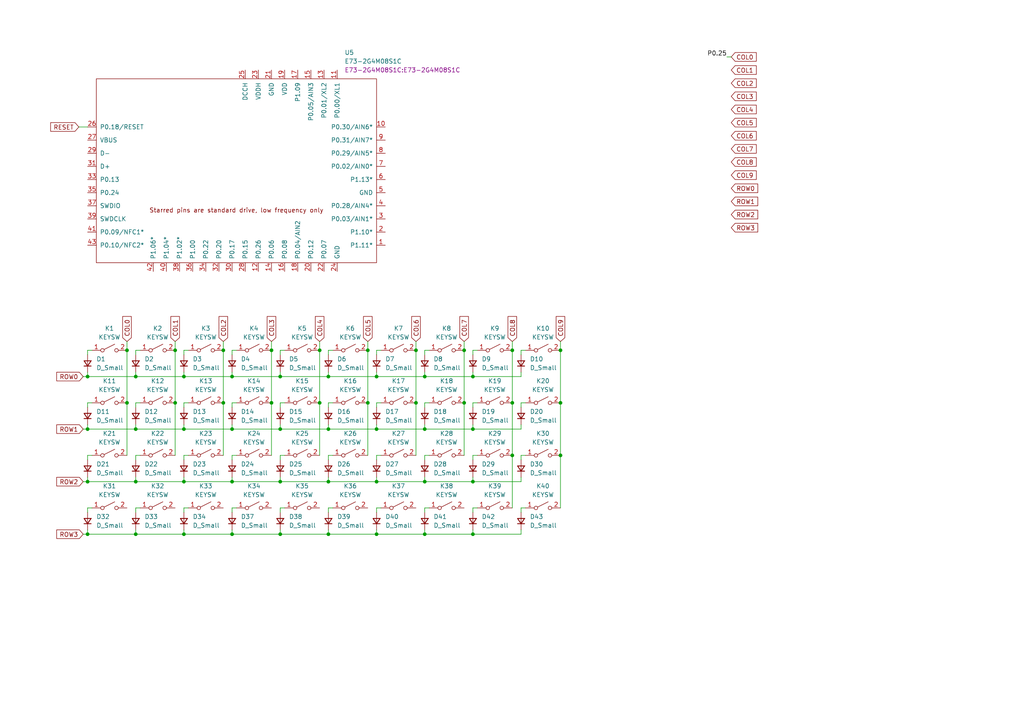
<source format=kicad_sch>
(kicad_sch (version 20250114) (generator "eeschema") (generator_version "9.0")
  (paper "A4")
  (text "RProg\n10k\n5k\n2.5k\n2k\n1.25k" (at 505.46 24.765 0) (effects (font (size 1.524 1.524)) (justify left bottom)))
  (text "Power and Filtering" (at 235.585 -84.455 0) (effects (font (size 1.524 1.524)) (justify left bottom)))
  (text "IBat\n100mA\n200mA\n400mA\n500mA\n800mA" (at 514.35 24.765 0) (effects (font (size 1.524 1.524)) (justify left bottom)))
  (text "RProg = 1000/IBat\nIBat in amps" (at 502.92 8.89 0) (effects (font (size 1.524 1.524)) (justify left bottom)))
  (text "LiPo Charging\n" (at 469.9 -6.35 0) (effects (font (size 1.524 1.524)) (justify right bottom)))
  (junction (at 67.31 109.22))
  (junction (at 64.77 101.6))
  (junction (at 269.24 -69.215))
  (junction (at 92.71 116.84))
  (junction (at 39.37 109.22))
  (junction (at 25.4 124.46))
  (junction (at 95.25 109.22))
  (junction (at 134.62 116.84))
  (junction (at 95.25 139.7))
  (junction (at 109.22 124.46))
  (junction (at 123.19 139.7))
  (junction (at 134.62 101.6))
  (junction (at 78.74 101.6))
  (junction (at 162.56 116.84))
  (junction (at 25.4 154.94))
  (junction (at 53.34 154.94))
  (junction (at 476.885 19.685))
  (junction (at 148.59 132.08))
  (junction (at 81.28 154.94))
  (junction (at 67.31 154.94))
  (junction (at 67.31 139.7))
  (junction (at 81.28 109.22))
  (junction (at 269.24 -66.675))
  (junction (at 81.28 124.46))
  (junction (at 162.56 132.08))
  (junction (at 39.37 139.7))
  (junction (at 137.16 109.22))
  (junction (at 120.65 116.84))
  (junction (at 78.74 116.84))
  (junction (at 39.37 124.46))
  (junction (at 50.8 101.6))
  (junction (at 221.615 -62.23))
  (junction (at 95.25 154.94))
  (junction (at 179.07 317.5))
  (junction (at 123.19 109.22))
  (junction (at 25.4 139.7))
  (junction (at 253.365 -78.105))
  (junction (at 50.8 116.84))
  (junction (at 148.59 101.6))
  (junction (at 453.39 -52.705))
  (junction (at 81.28 139.7))
  (junction (at 137.16 124.46))
  (junction (at 36.83 116.84))
  (junction (at 137.16 154.94))
  (junction (at 53.34 109.22))
  (junction (at 123.19 124.46))
  (junction (at 53.34 124.46))
  (junction (at 106.68 116.84))
  (junction (at 137.16 139.7))
  (junction (at 123.19 154.94))
  (junction (at 462.28 0))
  (junction (at 445.77 -52.705))
  (junction (at 453.39 -45.085))
  (junction (at 253.365 -69.215))
  (junction (at 109.22 109.22))
  (junction (at 106.68 101.6))
  (junction (at 445.77 -45.085))
  (junction (at 120.65 101.6))
  (junction (at 36.83 101.6))
  (junction (at 64.77 116.84))
  (junction (at 476.885 10.16))
  (junction (at 25.4 109.22))
  (junction (at 109.22 139.7))
  (junction (at 162.56 101.6))
  (junction (at 92.71 101.6))
  (junction (at 39.37 154.94))
  (junction (at 95.25 124.46))
  (junction (at 53.34 139.7))
  (junction (at 148.59 116.84))
  (junction (at 263.525 -69.215))
  (junction (at 67.31 124.46))
  (junction (at 109.22 154.94))
  (junction (at 279.4 -59.055))
  (no_connect (at 482.6 -27.305))
  (no_connect (at 468.63 -66.675))
  (no_connect (at 468.63 -64.135))
  (wire (pts (xy 50.8 99.06) (xy 50.8 101.6)))
  (wire (pts (xy 95.25 109.22) (xy 109.22 109.22)))
  (wire (pts (xy 95.25 124.46) (xy 109.22 124.46)))
  (wire (pts (xy 81.28 138.43) (xy 81.28 139.7)))
  (wire (pts (xy 109.22 107.95) (xy 109.22 109.22)))
  (wire (pts (xy 212.09 16.51) (xy 210.82 16.51)))
  (wire (pts (xy 137.16 138.43) (xy 137.16 139.7)))
  (wire (pts (xy 109.22 153.67) (xy 109.22 154.94)))
  (wire (pts (xy 453.39 -45.085) (xy 453.39 -43.18)))
  (wire (pts (xy 68.58 101.6) (xy 67.31 101.6)))
  (wire (pts (xy 123.19 154.94) (xy 137.16 154.94)))
  (wire (pts (xy 521.335 36.195) (xy 521.335 33.655)))
  (wire (pts (xy 96.52 116.84) (xy 95.25 116.84)))
  (wire (pts (xy 95.25 154.94) (xy 109.22 154.94)))
  (wire (pts (xy 472.44 10.16) (xy 476.885 10.16)))
  (wire (pts (xy 24.13 139.7) (xy 25.4 139.7)))
  (wire (pts (xy 123.19 101.6) (xy 123.19 102.87)))
  (wire (pts (xy 81.28 132.08) (xy 81.28 133.35)))
  (wire (pts (xy 81.28 107.95) (xy 81.28 109.22)))
  (wire (pts (xy 95.25 132.08) (xy 95.25 133.35)))
  (wire (pts (xy 78.74 116.84) (xy 78.74 132.08)))
  (wire (pts (xy 109.22 154.94) (xy 123.19 154.94)))
  (wire (pts (xy 137.16 139.7) (xy 151.13 139.7)))
  (wire (pts (xy 64.77 116.84) (xy 64.77 132.08)))
  (wire (pts (xy 196.85 314.96) (xy 196.85 317.5)))
  (wire (pts (xy 25.4 147.32) (xy 25.4 148.59)))
  (wire (pts (xy 445.77 -52.705) (xy 445.77 -45.085)))
  (wire (pts (xy 24.13 124.46) (xy 25.4 124.46)))
  (wire (pts (xy 453.39 15.24) (xy 462.28 15.24)))
  (wire (pts (xy 54.61 116.84) (xy 53.34 116.84)))
  (wire (pts (xy 124.46 132.08) (xy 123.19 132.08)))
  (wire (pts (xy 50.8 101.6) (xy 50.8 116.84)))
  (wire (pts (xy 106.68 99.06) (xy 106.68 101.6)))
  (wire (pts (xy 67.31 107.95) (xy 67.31 109.22)))
  (wire (pts (xy 488.95 10.16) (xy 488.95 19.685)))
  (wire (pts (xy 137.16 124.46) (xy 151.13 124.46)))
  (wire (pts (xy 253.365 -66.675) (xy 253.365 -69.215)))
  (wire (pts (xy 269.24 -69.215) (xy 271.78 -69.215)))
  (wire (pts (xy 95.25 147.32) (xy 95.25 148.59)))
  (wire (pts (xy 39.37 123.19) (xy 39.37 124.46)))
  (wire (pts (xy 263.525 -85.725) (xy 263.525 -83.185)))
  (wire (pts (xy 81.28 101.6) (xy 81.28 102.87)))
  (wire (pts (xy 151.13 101.6) (xy 151.13 102.87)))
  (wire (pts (xy 250.825 -78.105) (xy 253.365 -78.105)))
  (wire (pts (xy 39.37 132.08) (xy 39.37 133.35)))
  (wire (pts (xy 39.37 109.22) (xy 53.34 109.22)))
  (wire (pts (xy 224.155 -62.23) (xy 221.615 -62.23)))
  (wire (pts (xy 453.39 -52.705) (xy 453.39 -45.085)))
  (wire (pts (xy 288.29 -59.055) (xy 279.4 -59.055)))
  (wire (pts (xy 67.31 138.43) (xy 67.31 139.7)))
  (wire (pts (xy 138.43 147.32) (xy 137.16 147.32)))
  (wire (pts (xy 26.67 132.08) (xy 25.4 132.08)))
  (wire (pts (xy 53.34 107.95) (xy 53.34 109.22)))
  (wire (pts (xy 152.4 132.08) (xy 151.13 132.08)))
  (wire (pts (xy 120.65 116.84) (xy 120.65 132.08)))
  (wire (pts (xy 123.19 123.19) (xy 123.19 124.46)))
  (wire (pts (xy 148.59 116.84) (xy 148.59 132.08)))
  (wire (pts (xy 137.16 132.08) (xy 137.16 133.35)))
  (wire (pts (xy 138.43 101.6) (xy 137.16 101.6)))
  (wire (pts (xy 26.67 101.6) (xy 25.4 101.6)))
  (wire (pts (xy 25.4 124.46) (xy 39.37 124.46)))
  (wire (pts (xy 53.34 101.6) (xy 53.34 102.87)))
  (wire (pts (xy 25.4 153.67) (xy 25.4 154.94)))
  (wire (pts (xy 53.34 132.08) (xy 53.34 133.35)))
  (wire (pts (xy 501.015 33.655) (xy 502.285 33.655)))
  (wire (pts (xy 137.16 101.6) (xy 137.16 102.87)))
  (wire (pts (xy 95.25 123.19) (xy 95.25 124.46)))
  (wire (pts (xy 95.25 116.84) (xy 95.25 118.11)))
  (wire (pts (xy 40.64 116.84) (xy 39.37 116.84)))
  (wire (pts (xy 253.365 -69.215) (xy 255.905 -69.215)))
  (wire (pts (xy 476.885 10.16) (xy 476.885 13.97)))
  (wire (pts (xy 67.31 116.84) (xy 67.31 118.11)))
  (wire (pts (xy 161.29 317.5) (xy 179.07 317.5)))
  (wire (pts (xy 81.28 139.7) (xy 95.25 139.7)))
  (wire (pts (xy 81.28 123.19) (xy 81.28 124.46)))
  (wire (pts (xy 25.4 139.7) (xy 39.37 139.7)))
  (wire (pts (xy 137.16 123.19) (xy 137.16 124.46)))
  (wire (pts (xy 81.28 147.32) (xy 81.28 148.59)))
  (wire (pts (xy 462.28 -1.905) (xy 462.28 0)))
  (wire (pts (xy 67.31 101.6) (xy 67.31 102.87)))
  (wire (pts (xy 138.43 116.84) (xy 137.16 116.84)))
  (wire (pts (xy 452.12 0) (xy 452.12 5.08)))
  (wire (pts (xy 92.71 116.84) (xy 92.71 132.08)))
  (wire (pts (xy 123.19 138.43) (xy 123.19 139.7)))
  (wire (pts (xy 253.365 -78.105) (xy 255.905 -78.105)))
  (wire (pts (xy 137.16 107.95) (xy 137.16 109.22)))
  (wire (pts (xy 39.37 101.6) (xy 39.37 102.87)))
  (wire (pts (xy 40.64 132.08) (xy 39.37 132.08)))
  (wire (pts (xy 260.985 -69.215) (xy 263.525 -69.215)))
  (wire (pts (xy 25.4 107.95) (xy 25.4 109.22)))
  (wire (pts (xy 473.71 5.08) (xy 472.44 5.08)))
  (wire (pts (xy 109.22 116.84) (xy 109.22 118.11)))
  (wire (pts (xy 110.49 132.08) (xy 109.22 132.08)))
  (wire (pts (xy 124.46 147.32) (xy 123.19 147.32)))
  (wire (pts (xy 40.64 147.32) (xy 39.37 147.32)))
  (wire (pts (xy 82.55 101.6) (xy 81.28 101.6)))
  (wire (pts (xy 457.2 0) (xy 462.28 0)))
  (wire (pts (xy 39.37 139.7) (xy 53.34 139.7)))
  (wire (pts (xy 263.525 -73.025) (xy 263.525 -69.215)))
  (wire (pts (xy 110.49 101.6) (xy 109.22 101.6)))
  (wire (pts (xy 148.59 99.06) (xy 148.59 101.6)))
  (wire (pts (xy 39.37 124.46) (xy 53.34 124.46)))
  (wire (pts (xy 26.67 147.32) (xy 25.4 147.32)))
  (wire (pts (xy 78.74 99.06) (xy 78.74 101.6)))
  (wire (pts (xy 82.55 116.84) (xy 81.28 116.84)))
  (wire (pts (xy 110.49 116.84) (xy 109.22 116.84)))
  (wire (pts (xy 452.12 -52.705) (xy 453.39 -52.705)))
  (wire (pts (xy 152.4 116.84) (xy 151.13 116.84)))
  (wire (pts (xy 25.4 101.6) (xy 25.4 102.87)))
  (wire (pts (xy 123.19 153.67) (xy 123.19 154.94)))
  (wire (pts (xy 120.65 101.6) (xy 120.65 116.84)))
  (wire (pts (xy 53.34 138.43) (xy 53.34 139.7)))
  (wire (pts (xy 179.07 314.96) (xy 179.07 317.5)))
  (wire (pts (xy 25.4 138.43) (xy 25.4 139.7)))
  (wire (pts (xy 109.22 109.22) (xy 123.19 109.22)))
  (wire (pts (xy 96.52 132.08) (xy 95.25 132.08)))
  (wire (pts (xy 81.28 153.67) (xy 81.28 154.94)))
  (wire (pts (xy 137.16 109.22) (xy 151.13 109.22)))
  (wire (pts (xy 162.56 99.06) (xy 162.56 101.6)))
  (wire (pts (xy 78.74 101.6) (xy 78.74 116.84)))
  (wire (pts (xy 137.16 147.32) (xy 137.16 148.59)))
  (wire (pts (xy 120.65 99.06) (xy 120.65 101.6)))
  (wire (pts (xy 109.22 132.08) (xy 109.22 133.35)))
  (wire (pts (xy 221.615 -64.77) (xy 221.615 -62.23)))
  (wire (pts (xy 445.77 -45.085) (xy 445.77 -43.18)))
  (wire (pts (xy 124.46 101.6) (xy 123.19 101.6)))
  (wire (pts (xy 476.885 19.05) (xy 476.885 19.685)))
  (wire (pts (xy 123.19 139.7) (xy 137.16 139.7)))
  (wire (pts (xy 67.31 154.94) (xy 81.28 154.94)))
  (wire (pts (xy 53.34 116.84) (xy 53.34 118.11)))
  (wire (pts (xy 134.62 99.06) (xy 134.62 101.6)))
  (wire (pts (xy 95.25 139.7) (xy 109.22 139.7)))
  (wire (pts (xy 481.33 5.08) (xy 478.79 5.08)))
  (wire (pts (xy 95.25 138.43) (xy 95.25 139.7)))
  (wire (pts (xy 151.13 132.08) (xy 151.13 133.35)))
  (wire (pts (xy 53.34 147.32) (xy 53.34 148.59)))
  (wire (pts (xy 68.58 132.08) (xy 67.31 132.08)))
  (wire (pts (xy 25.4 132.08) (xy 25.4 133.35)))
  (wire (pts (xy 53.34 153.67) (xy 53.34 154.94)))
  (wire (pts (xy 445.77 -56.515) (xy 445.77 -52.705)))
  (wire (pts (xy 40.64 101.6) (xy 39.37 101.6)))
  (wire (pts (xy 39.37 107.95) (xy 39.37 109.22)))
  (wire (pts (xy 137.16 116.84) (xy 137.16 118.11)))
  (wire (pts (xy 123.19 132.08) (xy 123.19 133.35)))
  (wire (pts (xy 137.16 154.94) (xy 151.13 154.94)))
  (wire (pts (xy 124.46 116.84) (xy 123.19 116.84)))
  (wire (pts (xy 95.25 101.6) (xy 95.25 102.87)))
  (wire (pts (xy 67.31 123.19) (xy 67.31 124.46)))
  (wire (pts (xy 269.24 -59.055) (xy 279.4 -59.055)))
  (wire (pts (xy 452.12 -45.085) (xy 453.39 -45.085)))
  (wire (pts (xy 263.525 -69.215) (xy 269.24 -69.215)))
  (wire (pts (xy 148.59 101.6) (xy 148.59 116.84)))
  (wire (pts (xy 67.31 124.46) (xy 81.28 124.46)))
  (wire (pts (xy 81.28 154.94) (xy 95.25 154.94)))
  (wire (pts (xy 269.24 -61.595) (xy 269.24 -59.055)))
  (wire (pts (xy 269.24 -66.675) (xy 269.24 -69.215)))
  (wire (pts (xy 152.4 101.6) (xy 151.13 101.6)))
  (wire (pts (xy 151.13 138.43) (xy 151.13 139.7)))
  (wire (pts (xy 482.6 -32.385) (xy 499.11 -32.385)))
  (wire (pts (xy 151.13 107.95) (xy 151.13 109.22)))
  (wire (pts (xy 162.56 132.08) (xy 162.56 147.32)))
  (wire (pts (xy 134.62 116.84) (xy 134.62 132.08)))
  (wire (pts (xy 106.68 116.84) (xy 106.68 132.08)))
  (wire (pts (xy 109.22 147.32) (xy 109.22 148.59)))
  (wire (pts (xy 137.16 153.67) (xy 137.16 154.94)))
  (wire (pts (xy 379.73 -96.52) (xy 382.905 -96.52)))
  (wire (pts (xy 25.4 109.22) (xy 39.37 109.22)))
  (wire (pts (xy 67.31 109.22) (xy 81.28 109.22)))
  (wire (pts (xy 96.52 147.32) (xy 95.25 147.32)))
  (wire (pts (xy 39.37 154.94) (xy 53.34 154.94)))
  (wire (pts (xy 509.905 33.655) (xy 513.715 33.655)))
  (wire (pts (xy 123.19 147.32) (xy 123.19 148.59)))
  (wire (pts (xy 233.045 -62.23) (xy 229.235 -62.23)))
  (wire (pts (xy 110.49 147.32) (xy 109.22 147.32)))
  (wire (pts (xy 25.4 123.19) (xy 25.4 124.46)))
  (wire (pts (xy 151.13 147.32) (xy 151.13 148.59)))
  (wire (pts (xy 152.4 147.32) (xy 151.13 147.32)))
  (wire (pts (xy 22.86 36.83) (xy 25.4 36.83)))
  (wire (pts (xy 82.55 132.08) (xy 81.28 132.08)))
  (wire (pts (xy 25.4 116.84) (xy 25.4 118.11)))
  (wire (pts (xy 54.61 132.08) (xy 53.34 132.08)))
  (wire (pts (xy 81.28 116.84) (xy 81.28 118.11)))
  (wire (pts (xy 445.77 -52.705) (xy 447.04 -52.705)))
  (wire (pts (xy 221.615 -62.23) (xy 218.44 -62.23)))
  (wire (pts (xy 39.37 138.43) (xy 39.37 139.7)))
  (wire (pts (xy 151.13 123.19) (xy 151.13 124.46)))
  (wire (pts (xy 123.19 109.22) (xy 137.16 109.22)))
  (wire (pts (xy 81.28 109.22) (xy 95.25 109.22)))
  (wire (pts (xy 288.29 -61.595) (xy 288.29 -59.055)))
  (wire (pts (xy 67.31 147.32) (xy 67.31 148.59)))
  (wire (pts (xy 53.34 123.19) (xy 53.34 124.46)))
  (wire (pts (xy 67.31 132.08) (xy 67.31 133.35)))
  (wire (pts (xy 95.25 153.67) (xy 95.25 154.94)))
  (wire (pts (xy 36.83 99.06) (xy 36.83 101.6)))
  (wire (pts (xy 54.61 101.6) (xy 53.34 101.6)))
  (wire (pts (xy 54.61 147.32) (xy 53.34 147.32)))
  (wire (pts (xy 67.31 153.67) (xy 67.31 154.94)))
  (wire (pts (xy 68.58 147.32) (xy 67.31 147.32)))
  (wire (pts (xy 92.71 101.6) (xy 92.71 116.84)))
  (wire (pts (xy 92.71 99.06) (xy 92.71 101.6)))
  (wire (pts (xy 53.34 154.94) (xy 67.31 154.94)))
  (wire (pts (xy 50.8 116.84) (xy 50.8 132.08)))
  (wire (pts (xy 82.55 147.32) (xy 81.28 147.32)))
  (wire (pts (xy 36.83 101.6) (xy 36.83 116.84)))
  (wire (pts (xy 162.56 116.84) (xy 162.56 132.08)))
  (wire (pts (xy 287.02 -69.215) (xy 288.29 -69.215)))
  (wire (pts (xy 123.19 116.84) (xy 123.19 118.11)))
  (wire (pts (xy 518.795 33.655) (xy 521.335 33.655)))
  (wire (pts (xy 453.39 -56.515) (xy 453.39 -52.705)))
  (wire (pts (xy 95.25 107.95) (xy 95.25 109.22)))
  (wire (pts (xy 64.77 101.6) (xy 64.77 116.84)))
  (wire (pts (xy 162.56 101.6) (xy 162.56 116.84)))
  (wire (pts (xy 67.31 139.7) (xy 81.28 139.7)))
  (wire (pts (xy 466.725 -1.905) (xy 462.28 -1.905)))
  (wire (pts (xy 151.13 116.84) (xy 151.13 118.11)))
  (wire (pts (xy 39.37 116.84) (xy 39.37 118.11)))
  (wire (pts (xy 148.59 132.08) (xy 148.59 147.32)))
  (wire (pts (xy 488.95 19.685) (xy 476.885 19.685)))
  (wire (pts (xy 24.13 154.94) (xy 25.4 154.94)))
  (wire (pts (xy 53.34 139.7) (xy 67.31 139.7)))
  (wire (pts (xy 109.22 138.43) (xy 109.22 139.7)))
  (wire (pts (xy 476.885 10.16) (xy 480.06 10.16)))
  (wire (pts (xy 109.22 123.19) (xy 109.22 124.46)))
  (wire (pts (xy 271.78 -66.675) (xy 269.24 -66.675)))
  (wire (pts (xy 53.34 124.46) (xy 67.31 124.46)))
  (wire (pts (xy 24.13 109.22) (xy 25.4 109.22)))
  (wire (pts (xy 123.19 124.46) (xy 137.16 124.46)))
  (wire (pts (xy 26.67 116.84) (xy 25.4 116.84)))
  (wire (pts (xy 414.02 -103.505) (xy 405.13 -103.505)))
  (wire (pts (xy 39.37 147.32) (xy 39.37 148.59)))
  (wire (pts (xy 109.22 124.46) (xy 123.19 124.46)))
  (wire (pts (xy 253.365 -69.215) (xy 253.365 -78.105)))
  (wire (pts (xy 109.22 139.7) (xy 123.19 139.7)))
  (wire (pts (xy 53.34 109.22) (xy 67.31 109.22)))
  (wire (pts (xy 36.83 116.84) (xy 36.83 132.08)))
  (wire (pts (xy 445.77 -45.085) (xy 447.04 -45.085)))
  (wire (pts (xy 138.43 132.08) (xy 137.16 132.08)))
  (wire (pts (xy 123.19 107.95) (xy 123.19 109.22)))
  (wire (pts (xy 106.68 101.6) (xy 106.68 116.84)))
  (wire (pts (xy 151.13 153.67) (xy 151.13 154.94)))
  (wire (pts (xy 134.62 101.6) (xy 134.62 116.84)))
  (wire (pts (xy 39.37 153.67) (xy 39.37 154.94)))
  (wire (pts (xy 96.52 101.6) (xy 95.25 101.6)))
  (wire (pts (xy 68.58 116.84) (xy 67.31 116.84)))
  (wire (pts (xy 64.77 99.06) (xy 64.77 101.6)))
  (wire (pts (xy 81.28 124.46) (xy 95.25 124.46)))
  (wire (pts (xy 109.22 101.6) (xy 109.22 102.87)))
  (wire (pts (xy 288.29 -69.215) (xy 288.29 -66.675)))
  (wire (pts (xy 179.07 317.5) (xy 196.85 317.5)))
  (wire (pts (xy 25.4 154.94) (xy 39.37 154.94)))
  (label "P0.30" (at 382.905 -81.28 180) (effects (font (size 1.524 1.524))))
  (label "P0.24" (at 382.905 -91.44 180) (effects (font (size 1.524 1.524))))
  (label "P0.09" (at 379.73 -96.52 180) (effects (font (size 1.524 1.524))))
  (label "P1.13" (at 382.905 -55.88 180) (effects (font (size 1.524 1.524))))
  (label "P0.29" (at 382.905 -60.96 180) (effects (font (size 1.524 1.524))))
  (label "P0.25" (at 210.82 16.51 180))
  (label "P0.31" (at 382.905 -66.04 180) (effects (font (size 1.524 1.524))))
  (label "P0.28" (at 382.905 -71.12 180) (effects (font (size 1.524 1.524))))
  (label "P0.13" (at 382.905 -86.36 180) (effects (font (size 1.524 1.524))))
  (label "P0.10" (at 382.905 -102.235 180) (effects (font (size 1.524 1.524))))
  (label "P1.09" (at 382.905 -76.2 180) (effects (font (size 1.524 1.524))))
  (global_label "ROW0" (shape input) (at 212.09 54.61 0) (property "Intersheetrefs" "${INTERSHEET_REFS}" (effects (hide yes))))
  (global_label "VBAT" (shape input) (at 263.525 -85.725 0) (effects (font (size 1.524 1.524))) (property "Intersheetrefs" "${INTERSHEET_REFS}" (effects (hide yes))))
  (global_label "ROW2" (shape input) (at 24.13 139.7 180) (property "Intersheetrefs" "${INTERSHEET_REFS}" (effects (hide yes))))
  (global_label "VBUS" (shape input) (at 488.95 5.08 90) (effects (font (size 1.524 1.524))) (property "Intersheetrefs" "${INTERSHEET_REFS}" (effects (hide yes))))
  (global_label "VBUS" (shape input) (at 453.39 15.24 180) (effects (font (size 1.524 1.524))) (property "Intersheetrefs" "${INTERSHEET_REFS}" (effects (hide yes))))
  (global_label "COL9" (shape input) (at 162.56 99.06 90) (property "Intersheetrefs" "${INTERSHEET_REFS}" (effects (hide yes))))
  (global_label "COL7" (shape input) (at 212.09 43.18 0) (property "Intersheetrefs" "${INTERSHEET_REFS}" (effects (hide yes))))
  (global_label "ROW3" (shape input) (at 212.09 66.04 0) (property "Intersheetrefs" "${INTERSHEET_REFS}" (effects (hide yes))))
  (global_label "nRF_VDD" (shape input) (at 414.02 -106.045 180) (effects (font (size 1.524 1.524))) (property "Intersheetrefs" "${INTERSHEET_REFS}" (effects (hide yes))))
  (global_label "USBP" (shape input) (at 468.63 -74.295 0) (effects (font (size 1.524 1.524))) (property "Intersheetrefs" "${INTERSHEET_REFS}" (effects (hide yes))))
  (global_label "DATA+" (shape input) (at 410.845 27.94 180) (property "Intersheetrefs" "${INTERSHEET_REFS}" (effects (hide yes))))
  (global_label "VBAT" (shape input) (at 233.045 -62.23 0) (effects (font (size 1.524 1.524))) (property "Intersheetrefs" "${INTERSHEET_REFS}" (effects (hide yes))))
  (global_label "COL7" (shape input) (at 134.62 99.06 90) (property "Intersheetrefs" "${INTERSHEET_REFS}" (effects (hide yes))))
  (global_label "COL4" (shape input) (at 212.09 31.75 0) (property "Intersheetrefs" "${INTERSHEET_REFS}" (effects (hide yes))))
  (global_label "COL2" (shape input) (at 382.905 -91.44 0) (property "Intersheetrefs" "${INTERSHEET_REFS}" (effects (hide yes))))
  (global_label "VBUS" (shape input) (at 250.825 -78.105 180) (effects (font (size 1.524 1.524))) (property "Intersheetrefs" "${INTERSHEET_REFS}" (effects (hide yes))))
  (global_label "VBUS" (shape input) (at 421.005 15.24 90) (effects (font (size 1.524 1.524))) (property "Intersheetrefs" "${INTERSHEET_REFS}" (effects (hide yes))))
  (global_label "nRF_VDD" (shape input) (at 429.26 -20.32 270) (effects (font (size 1.524 1.524))) (property "Intersheetrefs" "${INTERSHEET_REFS}" (effects (hide yes))))
  (global_label "RESET" (shape input) (at 22.86 36.83 180) (property "Intersheetrefs" "${INTERSHEET_REFS}" (effects (hide yes))))
  (global_label "VBAT" (shape input) (at 480.06 10.16 0) (effects (font (size 1.524 1.524))) (property "Intersheetrefs" "${INTERSHEET_REFS}" (effects (hide yes))))
  (global_label "ROW1" (shape input) (at 212.09 58.42 0) (property "Intersheetrefs" "${INTERSHEET_REFS}" (effects (hide yes))))
  (global_label "ROW2" (shape input) (at 212.09 62.23 0) (property "Intersheetrefs" "${INTERSHEET_REFS}" (effects (hide yes))))
  (global_label "VBAT" (shape input) (at 442.595 -20.32 270) (effects (font (size 1.524 1.524))) (property "Intersheetrefs" "${INTERSHEET_REFS}" (effects (hide yes))))
  (global_label "BLUE_LED" (shape input) (at 501.015 33.655 180) (effects (font (size 1.524 1.524))) (property "Intersheetrefs" "${INTERSHEET_REFS}" (effects (hide yes))))
  (global_label "USBP" (shape input) (at 410.845 22.86 180) (property "Intersheetrefs" "${INTERSHEET_REFS}" (effects (hide yes))))
  (global_label "VBUS" (shape input) (at 454.025 -20.32 270) (effects (font (size 1.524 1.524))) (property "Intersheetrefs" "${INTERSHEET_REFS}" (effects (hide yes))))
  (global_label "VBAT" (shape input) (at 472.44 -29.845 180) (effects (font (size 1.1938 1.1938))) (property "Intersheetrefs" "${INTERSHEET_REFS}" (effects (hide yes))))
  (global_label "COL3" (shape input) (at 382.905 -86.36 0) (property "Intersheetrefs" "${INTERSHEET_REFS}" (effects (hide yes))))
  (global_label "SWD" (shape input) (at 414.02 -100.965 180) (effects (font (size 1.524 1.524))) (property "Intersheetrefs" "${INTERSHEET_REFS}" (effects (hide yes))))
  (global_label "ROW0" (shape input) (at 382.905 -71.12 0) (property "Intersheetrefs" "${INTERSHEET_REFS}" (effects (hide yes))))
  (global_label "USBP" (shape input) (at 468.63 -76.835 0) (effects (font (size 1.524 1.524))) (property "Intersheetrefs" "${INTERSHEET_REFS}" (effects (hide yes))))
  (global_label "COL3" (shape input) (at 78.74 99.06 90) (property "Intersheetrefs" "${INTERSHEET_REFS}" (effects (hide yes))))
  (global_label "COL0" (shape input) (at 382.905 -102.235 0) (property "Intersheetrefs" "${INTERSHEET_REFS}" (effects (hide yes))))
  (global_label "nRF_VDD" (shape input) (at 288.29 -69.215 0) (effects (font (size 1.524 1.524))) (property "Intersheetrefs" "${INTERSHEET_REFS}" (effects (hide yes))))
  (global_label "USBN" (shape input) (at 431.165 22.86 0) (property "Intersheetrefs" "${INTERSHEET_REFS}" (effects (hide yes))))
  (global_label "DATA-" (shape input) (at 431.165 27.94 0) (property "Intersheetrefs" "${INTERSHEET_REFS}" (effects (hide yes))))
  (global_label "ROW1" (shape input) (at 24.13 124.46 180) (property "Intersheetrefs" "${INTERSHEET_REFS}" (effects (hide yes))))
  (global_label "COL4" (shape input) (at 92.71 99.06 90) (property "Intersheetrefs" "${INTERSHEET_REFS}" (effects (hide yes))))
  (global_label "COL6" (shape input) (at 212.09 39.37 0) (property "Intersheetrefs" "${INTERSHEET_REFS}" (effects (hide yes))))
  (global_label "COL0" (shape input) (at 212.09 16.51 0) (property "Intersheetrefs" "${INTERSHEET_REFS}" (effects (hide yes))))
  (global_label "ROW0" (shape input) (at 24.13 109.22 180) (property "Intersheetrefs" "${INTERSHEET_REFS}" (effects (hide yes))))
  (global_label "COL2" (shape input) (at 64.77 99.06 90) (property "Intersheetrefs" "${INTERSHEET_REFS}" (effects (hide yes))))
  (global_label "ROW2" (shape input) (at 382.905 -60.96 0) (property "Intersheetrefs" "${INTERSHEET_REFS}" (effects (hide yes))))
  (global_label "COL0" (shape input) (at 36.83 99.06 90) (property "Intersheetrefs" "${INTERSHEET_REFS}" (effects (hide yes))))
  (global_label "COL4" (shape input) (at 382.905 -81.28 0) (property "Intersheetrefs" "${INTERSHEET_REFS}" (effects (hide yes))))
  (global_label "COL5" (shape input) (at 382.905 -76.2 0) (property "Intersheetrefs" "${INTERSHEET_REFS}" (effects (hide yes))))
  (global_label "CC2" (shape input) (at 414.655 -42.545 90) (effects (font (size 1.524 1.524))) (property "Intersheetrefs" "${INTERSHEET_REFS}" (effects (hide yes))))
  (global_label "BATTERY_PIN" (shape input) (at 221.615 -64.77 90) (effects (font (size 1.524 1.524))) (property "Intersheetrefs" "${INTERSHEET_REFS}" (effects (hide yes))))
  (global_label "USBN" (shape input) (at 468.63 -81.915 0) (effects (font (size 1.524 1.524))) (property "Intersheetrefs" "${INTERSHEET_REFS}" (effects (hide yes))))
  (global_label "ROW3" (shape input) (at 24.13 154.94 180) (property "Intersheetrefs" "${INTERSHEET_REFS}" (effects (hide yes))))
  (global_label "ROW1" (shape input) (at 382.905 -66.04 0) (property "Intersheetrefs" "${INTERSHEET_REFS}" (effects (hide yes))))
  (global_label "COL2" (shape input) (at 212.09 24.13 0) (property "Intersheetrefs" "${INTERSHEET_REFS}" (effects (hide yes))))
  (global_label "VBUS" (shape input) (at 473.71 -94.615 0) (effects (font (size 1.524 1.524))) (property "Intersheetrefs" "${INTERSHEET_REFS}" (effects (hide yes))))
  (global_label "COL8" (shape input) (at 148.59 99.06 90) (property "Intersheetrefs" "${INTERSHEET_REFS}" (effects (hide yes))))
  (global_label "COL5" (shape input) (at 212.09 35.56 0) (property "Intersheetrefs" "${INTERSHEET_REFS}" (effects (hide yes))))
  (global_label "SWC" (shape input) (at 414.02 -98.425 180) (effects (font (size 1.524 1.524))) (property "Intersheetrefs" "${INTERSHEET_REFS}" (effects (hide yes))))
  (global_label "ROW3" (shape input) (at 382.905 -55.88 0) (property "Intersheetrefs" "${INTERSHEET_REFS}" (effects (hide yes))))
  (global_label "RESET" (shape input) (at 505.46 -17.78 180) (effects (font (size 1.524 1.524))) (property "Intersheetrefs" "${INTERSHEET_REFS}" (effects (hide yes))))
  (global_label "COL1" (shape input) (at 50.8 99.06 90) (property "Intersheetrefs" "${INTERSHEET_REFS}" (effects (hide yes))))
  (global_label "COL8" (shape input) (at 212.09 46.99 0) (property "Intersheetrefs" "${INTERSHEET_REFS}" (effects (hide yes))))
  (global_label "CC1" (shape input) (at 422.91 -42.545 90) (effects (font (size 1.524 1.524))) (property "Intersheetrefs" "${INTERSHEET_REFS}" (effects (hide yes))))
  (global_label "COL1" (shape input) (at 382.905 -96.52 0) (property "Intersheetrefs" "${INTERSHEET_REFS}" (effects (hide yes))))
  (global_label "USBN" (shape input) (at 468.63 -79.375 0) (effects (font (size 1.524 1.524))) (property "Intersheetrefs" "${INTERSHEET_REFS}" (effects (hide yes))))
  (global_label "COL6" (shape input) (at 120.65 99.06 90) (property "Intersheetrefs" "${INTERSHEET_REFS}" (effects (hide yes))))
  (global_label "CC1" (shape input) (at 468.63 -89.535 0) (effects (font (size 1.524 1.524))) (property "Intersheetrefs" "${INTERSHEET_REFS}" (effects (hide yes))))
  (global_label "COL1" (shape input) (at 212.09 20.32 0) (property "Intersheetrefs" "${INTERSHEET_REFS}" (effects (hide yes))))
  (global_label "COL5" (shape input) (at 106.68 99.06 90) (property "Intersheetrefs" "${INTERSHEET_REFS}" (effects (hide yes))))
  (global_label "COL9" (shape input) (at 212.09 50.8 0) (property "Intersheetrefs" "${INTERSHEET_REFS}" (effects (hide yes))))
  (global_label "COL3" (shape input) (at 212.09 27.94 0) (property "Intersheetrefs" "${INTERSHEET_REFS}" (effects (hide yes))))
  (global_label "CC2" (shape input) (at 468.63 -86.995 0) (effects (font (size 1.524 1.524))) (property "Intersheetrefs" "${INTERSHEET_REFS}" (effects (hide yes))))
  (symbol (lib_id "Keyboard_Components:KEYSW") (at 157.48 116.84 0) (unit 1)
    (property "Reference" "K20" (at 157.48 110.49 0))
    (property "Value" "KEYSW" (at 157.48 113.03 0))
    (property "Footprint" "kbd:MX-Alps-1U-REV" (effects (hide yes)))
  )
  (symbol (lib_id "Keyboard_Components:KEYSW") (at 45.72 101.6 0) (unit 1)
    (property "Reference" "K2" (at 45.72 95.25 0))
    (property "Value" "KEYSW" (at 45.72 97.79 0))
    (property "Footprint" "kbd:MX-Alps-1U-REV" (effects (hide yes)))
  )
  (symbol (lib_id "Device:R_Small") (at 226.695 -62.23 270) (unit 1)
    (property "Reference" "R2" (at 224.917 -57.8866 90) (effects (justify left)))
    (property "Value" "806K" (at 224.917 -60.198 90) (effects (justify left)))
    (property "Footprint" "kbd:R_0603_1608Metric_REV" (effects (hide yes)))
  )
  (symbol (lib_id "Device:R") (at 422.91 -38.735 0) (unit 1)
    (property "Reference" "R5" (at 424.688 -39.9034 0) (effects (justify left)))
    (property "Value" "5.1K" (at 424.688 -37.592 0) (effects (justify left)))
    (property "Footprint" "kbd:R_0603_1608Metric_REV" (effects (hide yes)))
  )
  (symbol (lib_id "Device:R") (at 414.655 -38.735 0) (unit 1)
    (property "Reference" "R4" (at 416.433 -39.9034 0) (effects (justify left)))
    (property "Value" "5.1K" (at 416.433 -37.592 0) (effects (justify left)))
    (property "Footprint" "kbd:R_0603_1608Metric_REV" (effects (hide yes)))
  )
  (symbol (lib_id "Device:D_Small") (at 81.28 105.41 90) (unit 1)
    (property "Reference" "D5" (at 83.82 104.14 90) (effects (justify right)))
    (property "Value" "D_Small" (at 83.82 106.68 90) (effects (justify right)))
    (property "Footprint" "kbd:D3_SMD" (effects (hide yes)))
  )
  (symbol (lib_id "Keyboard_Components:KEYSW") (at 143.51 116.84 0) (unit 1)
    (property "Reference" "K19" (at 143.51 110.49 0))
    (property "Value" "KEYSW" (at 143.51 113.03 0))
    (property "Footprint" "kbd:MX-Alps-1U-REV" (effects (hide yes)))
  )
  (symbol (lib_id "Keyboard_Components:KEYSW") (at 59.69 147.32 0) (unit 1)
    (property "Reference" "K33" (at 59.69 140.97 0))
    (property "Value" "KEYSW" (at 59.69 143.51 0))
    (property "Footprint" "kbd:MX-Alps-1U-REV" (effects (hide yes)))
  )
  (symbol (lib_id "Device:D_Small") (at 137.16 151.13 90) (unit 1)
    (property "Reference" "D42" (at 139.7 149.86 90) (effects (justify right)))
    (property "Value" "D_Small" (at 139.7 152.4 90) (effects (justify right)))
    (property "Footprint" "kbd:D3_SMD" (effects (hide yes)))
  )
  (symbol (lib_id "Keyboard_Components:KEYSW") (at 87.63 147.32 0) (unit 1)
    (property "Reference" "K35" (at 87.63 140.97 0))
    (property "Value" "KEYSW" (at 87.63 143.51 0))
    (property "Footprint" "kbd:MX-Alps-1U-REV" (effects (hide yes)))
  )
  (symbol (lib_id "Device:D_Small") (at 25.4 105.41 90) (unit 1)
    (property "Reference" "D1" (at 27.94 104.14 90) (effects (justify right)))
    (property "Value" "D_Small" (at 27.94 106.68 90) (effects (justify right)))
    (property "Footprint" "kbd:D3_SMD" (effects (hide yes)))
  )
  (symbol (lib_id "Keyboard_Components:KEYSW") (at 59.69 132.08 0) (unit 1)
    (property "Reference" "K23" (at 59.69 125.73 0))
    (property "Value" "KEYSW" (at 59.69 128.27 0))
    (property "Footprint" "kbd:MX-Alps-1U-REV" (effects (hide yes)))
  )
  (symbol (lib_id "Keyboard_Components:KEYSW") (at 101.6 101.6 0) (unit 1)
    (property "Reference" "K6" (at 101.6 95.25 0))
    (property "Value" "KEYSW" (at 101.6 97.79 0))
    (property "Footprint" "kbd:MX-Alps-1U-REV" (effects (hide yes)))
  )
  (symbol (lib_id "Keyboard_Components:KEYSW") (at 129.54 116.84 0) (unit 1)
    (property "Reference" "K18" (at 129.54 110.49 0))
    (property "Value" "KEYSW" (at 129.54 113.03 0))
    (property "Footprint" "kbd:MX-Alps-1U-REV" (effects (hide yes)))
  )
  (symbol (lib_id "power:PWR_FLAG") (at 415.925 -20.32 0) (unit 1)
    (property "Reference" "#FLG01" (effects (hide yes)))
    (property "Value" "PWR_FLAG" (at 415.925 -24.7142 0))
  )
  (symbol (lib_id "Device:D_Schottky_Small") (at 258.445 -69.215 180) (unit 1)
    (property "Reference" "D31" (at 258.445 -74.7014 0))
    (property "Value" "1N5819" (at 258.445 -72.39 0))
    (property "Footprint" "kbd:D_SOD-323_HandSoldering_REV" (effects (hide yes)))
  )
  (symbol (lib_id "Device:D_Small") (at 53.34 120.65 90) (unit 1)
    (property "Reference" "D13" (at 55.88 119.38 90) (effects (justify right)))
    (property "Value" "D_Small" (at 55.88 121.92 90) (effects (justify right)))
    (property "Footprint" "kbd:D3_SMD" (effects (hide yes)))
  )
  (symbol (lib_id "Keyboard_Components:KEYSW") (at 31.75 132.08 0) (unit 1)
    (property "Reference" "K21" (at 31.75 125.73 0))
    (property "Value" "KEYSW" (at 31.75 128.27 0))
    (property "Footprint" "kbd:MX-Alps-1U-REV" (effects (hide yes)))
  )
  (symbol (lib_id "Device:D_Small") (at 53.34 105.41 90) (unit 1)
    (property "Reference" "D3" (at 55.88 104.14 90) (effects (justify right)))
    (property "Value" "D_Small" (at 55.88 106.68 90) (effects (justify right)))
    (property "Footprint" "kbd:D3_SMD" (effects (hide yes)))
  )
  (symbol (lib_id "Device:D_Small") (at 109.22 105.41 90) (unit 1)
    (property "Reference" "D7" (at 111.76 104.14 90) (effects (justify right)))
    (property "Value" "D_Small" (at 111.76 106.68 90) (effects (justify right)))
    (property "Footprint" "kbd:D3_SMD" (effects (hide yes)))
  )
  (symbol (lib_id "Keyboard_Components:KEYSW") (at 31.75 116.84 0) (unit 1)
    (property "Reference" "K11" (at 31.75 110.49 0))
    (property "Value" "KEYSW" (at 31.75 113.03 0))
    (property "Footprint" "kbd:MX-Alps-1U-REV" (effects (hide yes)))
  )
  (symbol (lib_id "Regulator_Linear:AP2112K-3.3") (at 279.4 -66.675 0) (unit 1)
    (property "Reference" "U2" (at 279.4 -75.3618 0))
    (property "Value" "XC6220B331MR-G" (at 279.4 -73.0504 0))
    (property "Footprint" "kbd:SOT-23-5_HandSoldering_REV" (effects (hide yes)))
    (property "Datasheet" "https://www.diodes.com/assets/Datasheets/AP2112.pdf" (effects (hide yes)))
  )
  (symbol (lib_id "Device:R_Small") (at 454.66 0 90) (mirror x) (unit 1)
    (property "Reference" "R8" (at 454.66 -5.2578 90))
    (property "Value" "RPROG" (at 454.66 -2.9464 90))
    (property "Footprint" "kbd:R_0603_1608Metric_REV" (effects (hide yes)))
  )
  (symbol (lib_id "power:GNDS") (at 414.655 -34.925 0) (unit 1)
    (property "Reference" "#PWR08" (effects (hide yes)))
    (property "Value" "GNDS" (at 414.655 -30.3624 0))
  )
  (symbol (lib_id "Keyboard_Components:KEYSW") (at 59.69 101.6 0) (unit 1)
    (property "Reference" "K3" (at 59.69 95.25 0))
    (property "Value" "KEYSW" (at 59.69 97.79 0))
    (property "Footprint" "kbd:MX-Alps-1U-REV" (effects (hide yes)))
  )
  (symbol (lib_id "Device:C_Small") (at 476.885 16.51 0) (unit 1)
    (property "Reference" "C4" (at 479.2092 15.6015 0) (effects (justify left)))
    (property "Value" "4.7uF" (at 479.2092 18.3766 0) (effects (justify left)))
    (property "Footprint" "kbd:C_0603_1608Metric_REV" (effects (hide yes)))
    (property "LCSC" "C19666" (effects (hide yes)))
  )
  (symbol (lib_id "Power_Protection:USBLC6-2SC6") (at 421.005 25.4 0) (unit 1)
    (property "Reference" "U4" (at 425.45 12.9244 0))
    (property "Value" "USBLC6-2SC6" (at 431.165 15.0645 0))
    (property "Footprint" "kbd:SOT-23-6_Handsoldering_REV" (effects (hide yes)))
    (property "Datasheet" "https://www.st.com/resource/en/datasheet/usblc6-2.pdf" (effects (hide yes)))
    (property "LCSC" "C558442" (effects (hide yes)))
  )
  (symbol (lib_id "Device:C_Small") (at 288.29 -64.135 0) (unit 1)
    (property "Reference" "C2" (at 290.6142 -65.0435 0) (effects (justify left)))
    (property "Value" "10pF" (at 290.6142 -62.2684 0) (effects (justify left)))
    (property "Footprint" "kbd:C_0603_1608Metric_REV" (effects (hide yes)))
    (property "LCSC" "C1634" (effects (hide yes)))
  )
  (symbol (lib_id "E73-2G4M08S1C:E73-2G4M08S1C") (at 68.58 49.53 0) (unit 1)
    (property "Reference" "U5" (at 99.9333 15.24 0) (effects (justify left)))
    (property "Value" "E73-2G4M08S1C" (at 99.9333 17.78 0) (effects (justify left)))
    (property "Footprint" "E73-2G4M08S1C:E73-2G4M08S1C" (at 99.9333 20.32 0) (effects (justify left)))
    (property "Datasheet" "http://www.ebyte.com/en/downpdf.aspx?id=445" (effects (hide yes)))
    (property "Description" "CDEbyte E73-2G4M08S1C" (effects (hide yes)))
  )
  (symbol (lib_id "Connector_Generic:Conn_01x04") (at 419.1 -103.505 0) (unit 1)
    (property "Reference" "J2" (at 421.132 -103.3018 0) (effects (justify left)))
    (property "Value" "SWD" (at 421.132 -100.9904 0) (effects (justify left)))
    (property "Footprint" "kbd:connector_swd_REV" (effects (hide yes)))
  )
  (symbol (lib_id "Keyboard_Components:KEYSW") (at 143.51 132.08 0) (unit 1)
    (property "Reference" "K29" (at 143.51 125.73 0))
    (property "Value" "KEYSW" (at 143.51 128.27 0))
    (property "Footprint" "kbd:MX-Alps-1U-REV" (effects (hide yes)))
  )
  (symbol (lib_id "Keyboard_Components:KEYSW") (at 45.72 147.32 0) (unit 1)
    (property "Reference" "K32" (at 45.72 140.97 0))
    (property "Value" "KEYSW" (at 45.72 143.51 0))
    (property "Footprint" "kbd:MX-Alps-1U-REV" (effects (hide yes)))
  )
  (symbol (lib_id "Device:D_Small") (at 81.28 151.13 90) (unit 1)
    (property "Reference" "D38" (at 83.82 149.86 90) (effects (justify right)))
    (property "Value" "D_Small" (at 83.82 152.4 90) (effects (justify right)))
    (property "Footprint" "kbd:D3_SMD" (effects (hide yes)))
  )
  (symbol (lib_id "Mechanical:MountingHole") (at 485.14 -83.82 0) (unit 1)
    (property "Reference" "H5" (at 488.95 -85.09 0) (effects (justify left)))
    (property "Value" "MountingHole" (at 488.95 -82.55 0) (effects (justify left)))
    (property "Footprint" "kbd:M2-MountingHole-Standoff" (effects (hide yes)))
  )
  (symbol (lib_id "Keyboard_Components:KEYSW") (at 59.69 116.84 0) (unit 1)
    (property "Reference" "K13" (at 59.69 110.49 0))
    (property "Value" "KEYSW" (at 59.69 113.03 0))
    (property "Footprint" "kbd:MX-Alps-1U-REV" (effects (hide yes)))
  )
  (symbol (lib_id "power:GND") (at 521.335 36.195 0) (unit 1)
    (property "Reference" "#PWR018" (effects (hide yes)))
    (property "Value" "GND" (at 521.462 40.5892 0))
  )
  (symbol (lib_id "Keyboard_Components:KEYSW") (at 157.48 132.08 0) (unit 1)
    (property "Reference" "K30" (at 157.48 125.73 0))
    (property "Value" "KEYSW" (at 157.48 128.27 0))
    (property "Footprint" "kbd:MX-Alps-1U-REV" (effects (hide yes)))
  )
  (symbol (lib_id "Device:D_Small") (at 81.28 135.89 90) (unit 1)
    (property "Reference" "D25" (at 83.82 134.62 90) (effects (justify right)))
    (property "Value" "D_Small" (at 83.82 137.16 90) (effects (justify right)))
    (property "Footprint" "kbd:D3_SMD" (effects (hide yes)))
  )
  (symbol (lib_id "power:GND") (at 499.11 -34.925 270) (unit 1)
    (property "Reference" "#PWR01" (effects (hide yes)))
    (property "Value" "GND" (at 495.8588 -34.798 90) (effects (justify right)))
  )
  (symbol (lib_id "Device:D_Small") (at 67.31 105.41 90) (unit 1)
    (property "Reference" "D4" (at 69.85 104.14 90) (effects (justify right)))
    (property "Value" "D_Small" (at 69.85 106.68 90) (effects (justify right)))
    (property "Footprint" "kbd:D3_SMD" (effects (hide yes)))
  )
  (symbol (lib_id "Keyboard_Components:KEYSW") (at 143.51 101.6 0) (unit 1)
    (property "Reference" "K9" (at 143.51 95.25 0))
    (property "Value" "KEYSW" (at 143.51 97.79 0))
    (property "Footprint" "kbd:MX-Alps-1U-REV" (effects (hide yes)))
  )
  (symbol (lib_id "Mechanical:MountingHole") (at 485.14 -93.98 0) (unit 1)
    (property "Reference" "H3" (at 488.95 -95.25 0) (effects (justify left)))
    (property "Value" "MountingHole" (at 488.95 -92.71 0) (effects (justify left)))
    (property "Footprint" "kbd:M2-MountingHole-Standoff" (effects (hide yes)))
  )
  (symbol (lib_id "power:GND") (at 405.13 -103.505 0) (mirror y) (unit 1)
    (property "Reference" "#PWR06" (effects (hide yes)))
    (property "Value" "GND" (at 405.13 -99.695 0))
  )
  (symbol (lib_id "Device:D_Small") (at 137.16 105.41 90) (unit 1)
    (property "Reference" "D9" (at 139.7 104.14 90) (effects (justify right)))
    (property "Value" "D_Small" (at 139.7 106.68 90) (effects (justify right)))
    (property "Footprint" "kbd:D3_SMD" (effects (hide yes)))
  )
  (symbol (lib_id "Keyboard_Components:KEYSW") (at 87.63 101.6 0) (unit 1)
    (property "Reference" "K5" (at 87.63 95.25 0))
    (property "Value" "KEYSW" (at 87.63 97.79 0))
    (property "Footprint" "kbd:MX-Alps-1U-REV" (effects (hide yes)))
  )
  (symbol (lib_id "Keyboard_Components:KEYSW") (at 115.57 147.32 0) (unit 1)
    (property "Reference" "K37" (at 115.57 140.97 0))
    (property "Value" "KEYSW" (at 115.57 143.51 0))
    (property "Footprint" "kbd:MX-Alps-1U-REV" (effects (hide yes)))
  )
  (symbol (lib_id "Device:D_Small") (at 39.37 105.41 90) (unit 1)
    (property "Reference" "D2" (at 41.91 104.14 90) (effects (justify right)))
    (property "Value" "D_Small" (at 41.91 106.68 90) (effects (justify right)))
    (property "Footprint" "kbd:D3_SMD" (effects (hide yes)))
  )
  (symbol (lib_id "power:PWR_FLAG") (at 442.595 -20.32 0) (unit 1)
    (property "Reference" "#FLG03" (effects (hide yes)))
    (property "Value" "PWR_FLAG" (at 442.595 -24.7142 0))
  )
  (symbol (lib_id "Device:Q_PMOS_GSD") (at 260.985 -78.105 0) (unit 1)
    (property "Reference" "Q2" (at 266.065 -80.01 0) (effects (justify left)))
    (property "Value" "AO3407" (at 266.065 -78.105 0) (effects (justify left)))
    (property "Footprint" "kbd:SOT-23_Handsoldering_REV" (effects (hide yes)))
  )
  (symbol (lib_id "Mechanical:MountingHole") (at 485.14 -104.14 0) (unit 1)
    (property "Reference" "H1" (at 488.95 -105.41 0) (effects (justify left)))
    (property "Value" "MountingHole" (at 488.95 -102.87 0) (effects (justify left)))
    (property "Footprint" "kbd:M2-MountingHole-Standoff" (effects (hide yes)))
  )
  (symbol (lib_id "Connector:USB_C_Receptacle_USB2.0") (at 453.39 -79.375 0) (unit 1)
    (property "Reference" "J3" (at 453.39 -100.33 0))
    (property "Value" "USB-C Conn" (at 453.39 -98.425 0))
    (property "Footprint" "kbd:USB-C_C168688_REV" (effects (hide yes)))
    (property "Datasheet" "https://www.usb.org/sites/default/files/documents/usb_type-c.zip" (effects (hide yes)))
  )
  (symbol (lib_id "Device:D_Small") (at 123.19 135.89 90) (unit 1)
    (property "Reference" "D28" (at 125.73 134.62 90) (effects (justify right)))
    (property "Value" "D_Small" (at 125.73 137.16 90) (effects (justify right)))
    (property "Footprint" "kbd:D3_SMD" (effects (hide yes)))
  )
  (symbol (lib_id "power:GND") (at 466.725 -1.905 0) (unit 1)
    (property "Reference" "#PWR016" (effects (hide yes)))
    (property "Value" "GND" (at 469.9 -0.8256 0) (effects (justify left)))
  )
  (symbol (lib_id "Device:C_Small") (at 269.24 -64.135 0) (unit 1)
    (property "Reference" "C1" (at 271.5642 -65.0435 0) (effects (justify left)))
    (property "Value" "10pF" (at 271.5642 -62.2684 0) (effects (justify left)))
    (property "Footprint" "kbd:C_0603_1608Metric_REV" (effects (hide yes)))
    (property "LCSC" "C1634" (effects (hide yes)))
  )
  (symbol (lib_id "Device:D_Small") (at 67.31 135.89 90) (unit 1)
    (property "Reference" "D24" (at 69.85 134.62 90) (effects (justify right)))
    (property "Value" "D_Small" (at 69.85 137.16 90) (effects (justify right)))
    (property "Footprint" "kbd:D3_SMD" (effects (hide yes)))
  )
  (symbol (lib_id "Keyboard_Components:KEYSW") (at 73.66 132.08 0) (unit 1)
    (property "Reference" "K24" (at 73.66 125.73 0))
    (property "Value" "KEYSW" (at 73.66 128.27 0))
    (property "Footprint" "kbd:MX-Alps-1U-REV" (effects (hide yes)))
  )
  (symbol (lib_id "Device:D_Small") (at 25.4 135.89 90) (unit 1)
    (property "Reference" "D21" (at 27.94 134.62 90) (effects (justify right)))
    (property "Value" "D_Small" (at 27.94 137.16 90) (effects (justify right)))
    (property "Footprint" "kbd:D3_SMD" (effects (hide yes)))
  )
  (symbol (lib_id "power:GND") (at 476.885 19.685 0) (unit 1)
    (property "Reference" "#PWR017" (effects (hide yes)))
    (property "Value" "GND" (at 476.885 24.2476 0))
  )
  (symbol (lib_id "Device:D_Small") (at 39.37 120.65 90) (unit 1)
    (property "Reference" "D12" (at 41.91 119.38 90) (effects (justify right)))
    (property "Value" "D_Small" (at 41.91 121.92 90) (effects (justify right)))
    (property "Footprint" "kbd:D3_SMD" (effects (hide yes)))
  )
  (symbol (lib_id "power:GND") (at 253.365 -61.595 0) (unit 1)
    (property "Reference" "#PWR013" (effects (hide yes)))
    (property "Value" "GND" (at 253.365 -57.785 0))
  )
  (symbol (lib_id "Mechanical:MountingHole") (at 485.14 -78.74 0) (unit 1)
    (property "Reference" "H6" (at 488.95 -80.01 0) (effects (justify left)))
    (property "Value" "MountingHole" (at 488.95 -77.47 0) (effects (justify left)))
    (property "Footprint" "kbd:M2-MountingHole-Standoff" (effects (hide yes)))
  )
  (symbol (lib_id "power:GND") (at 421.005 35.56 0) (unit 1)
    (property "Reference" "#PWR09" (effects (hide yes)))
    (property "Value" "GND" (at 421.005 40.1226 0))
  )
  (symbol (lib_id "Device:D_Small") (at 137.16 120.65 90) (unit 1)
    (property "Reference" "D19" (at 139.7 119.38 90) (effects (justify right)))
    (property "Value" "D_Small" (at 139.7 121.92 90) (effects (justify right)))
    (property "Footprint" "kbd:D3_SMD" (effects (hide yes)))
  )
  (symbol (lib_id "power:GND") (at 279.4 -59.055 0) (unit 1)
    (property "Reference" "#PWR014" (effects (hide yes)))
    (property "Value" "GND" (at 279.4 -55.245 0))
  )
  (symbol (lib_id "Device:D_Small") (at 123.19 105.41 90) (unit 1)
    (property "Reference" "D8" (at 125.73 104.14 90) (effects (justify right)))
    (property "Value" "D_Small" (at 125.73 106.68 90) (effects (justify right)))
    (property "Footprint" "kbd:D3_SMD" (effects (hide yes)))
  )
  (symbol (lib_id "Device:D_Small") (at 123.19 151.13 90) (unit 1)
    (property "Reference" "D41" (at 125.73 149.86 90) (effects (justify right)))
    (property "Value" "D_Small" (at 125.73 152.4 90) (effects (justify right)))
    (property "Footprint" "kbd:D3_SMD" (effects (hide yes)))
  )
  (symbol (lib_id "Keyboard_Components:KEYSW") (at 45.72 132.08 0) (unit 1)
    (property "Reference" "K22" (at 45.72 125.73 0))
    (property "Value" "KEYSW" (at 45.72 128.27 0))
    (property "Footprint" "kbd:MX-Alps-1U-REV" (effects (hide yes)))
  )
  (symbol (lib_id "Device:D_Small") (at 67.31 120.65 90) (unit 1)
    (property "Reference" "D14" (at 69.85 119.38 90) (effects (justify right)))
    (property "Value" "D_Small" (at 69.85 121.92 90) (effects (justify right)))
    (property "Footprint" "kbd:D3_SMD" (effects (hide yes)))
  )
  (symbol (lib_id "power:GND") (at 415.925 -20.32 0) (unit 1)
    (property "Reference" "#PWR011" (effects (hide yes)))
    (property "Value" "GND" (at 415.925 -16.51 0))
  )
  (symbol (lib_id "power:GND") (at 453.39 -43.18 0) (unit 1)
    (property "Reference" "#PWR015" (effects (hide yes)))
    (property "Value" "GND" (at 453.39 -38.6174 0))
  )
  (symbol (lib_id "Battery_Management:MCP73831-3-OT") (at 462.28 7.62 0) (mirror x) (unit 1)
    (property "Reference" "U3" (at 462.28 19.05 0))
    (property "Value" "TP4054" (at 462.28 16.51 0))
    (property "Footprint" "kbd:SOT-23-5_HandSoldering_REV" (effects (hide yes)))
    (property "Datasheet" "http://ww1.microchip.com/downloads/en/DeviceDoc/20001984g.pdf" (effects (hide yes)))
  )
  (symbol (lib_id "power:GND") (at 213.36 -62.23 270) (unit 1)
    (property "Reference" "#PWR07" (effects (hide yes)))
    (property "Value" "GND" (at 209.55 -62.23 0))
  )
  (symbol (lib_id "Device:D_Small") (at 95.25 120.65 90) (unit 1)
    (property "Reference" "D16" (at 97.79 119.38 90) (effects (justify right)))
    (property "Value" "D_Small" (at 97.79 121.92 90) (effects (justify right)))
    (property "Footprint" "kbd:D3_SMD" (effects (hide yes)))
  )
  (symbol (lib_id "Keyboard_Components:KEYSW") (at 73.66 147.32 0) (unit 1)
    (property "Reference" "K34" (at 73.66 140.97 0))
    (property "Value" "KEYSW" (at 73.66 143.51 0))
    (property "Footprint" "kbd:MX-Alps-1U-REV" (effects (hide yes)))
  )
  (symbol (lib_id "Keyboard_Components:KEYSW") (at 101.6 132.08 0) (unit 1)
    (property "Reference" "K26" (at 101.6 125.73 0))
    (property "Value" "KEYSW" (at 101.6 128.27 0))
    (property "Footprint" "kbd:MX-Alps-1U-REV" (effects (hide yes)))
  )
  (symbol (lib_id "Keyboard_Components:KEYSW") (at 115.57 116.84 0) (unit 1)
    (property "Reference" "K17" (at 115.57 110.49 0))
    (property "Value" "KEYSW" (at 115.57 113.03 0))
    (property "Footprint" "kbd:MX-Alps-1U-REV" (effects (hide yes)))
  )
  (symbol (lib_id "Device:D_Small") (at 109.22 120.65 90) (unit 1)
    (property "Reference" "D17" (at 111.76 119.38 90) (effects (justify right)))
    (property "Value" "D_Small" (at 111.76 121.92 90) (effects (justify right)))
    (property "Footprint" "kbd:D3_SMD" (effects (hide yes)))
  )
  (symbol (lib_id "power:PWR_FLAG") (at 429.26 -20.32 0) (unit 1)
    (property "Reference" "#FLG02" (effects (hide yes)))
    (property "Value" "PWR_FLAG" (at 429.26 -24.7142 0))
  )
  (symbol (lib_id "Keyboard_Components:KEYSW") (at 101.6 147.32 0) (unit 1)
    (property "Reference" "K36" (at 101.6 140.97 0))
    (property "Value" "KEYSW" (at 101.6 143.51 0))
    (property "Footprint" "kbd:MX-Alps-1U-REV" (effects (hide yes)))
  )
  (symbol (lib_id "Keyboard_Components:KEYSW") (at 45.72 116.84 0) (unit 1)
    (property "Reference" "K12" (at 45.72 110.49 0))
    (property "Value" "KEYSW" (at 45.72 113.03 0))
    (property "Footprint" "kbd:MX-Alps-1U-REV" (effects (hide yes)))
  )
  (symbol (lib_id "Device:D_Small") (at 25.4 120.65 90) (unit 1)
    (property "Reference" "D11" (at 27.94 119.38 90) (effects (justify right)))
    (property "Value" "D_Small" (at 27.94 121.92 90) (effects (justify right)))
    (property "Footprint" "kbd:D3_SMD" (effects (hide yes)))
  )
  (symbol (lib_id "Keyboard_Components:KEYSW") (at 115.57 101.6 0) (unit 1)
    (property "Reference" "K7" (at 115.57 95.25 0))
    (property "Value" "KEYSW" (at 115.57 97.79 0))
    (property "Footprint" "kbd:MX-Alps-1U-REV" (effects (hide yes)))
  )
  (symbol (lib_id "corne-cherry-rescue:SW_PUSH-kbd-corne-cherry-rescue") (at 513.08 -17.78 0) (unit 1)
    (property "Reference" "RSW1" (at 516.89 -20.574 0))
    (property "Value" "SW_PUSH" (at 513.08 -15.748 0))
    (property "Footprint" "kbd:SW_SPST_EVQP7C_REV" (effects (hide yes)))
  )
  (symbol (lib_id "Device:C_Small") (at 488.95 7.62 0) (unit 1)
    (property "Reference" "C5" (at 491.2742 6.7115 0) (effects (justify left)))
    (property "Value" "4.7uF" (at 491.2742 9.4866 0) (effects (justify left)))
    (property "Footprint" "kbd:C_0603_1608Metric_REV" (effects (hide yes)))
    (property "LCSC" "C19666" (effects (hide yes)))
  )
  (symbol (lib_id "Keyboard_Components:KEYSW") (at 73.66 101.6 0) (unit 1)
    (property "Reference" "K4" (at 73.66 95.25 0))
    (property "Value" "KEYSW" (at 73.66 97.79 0))
    (property "Footprint" "kbd:MX-Alps-1U-REV" (effects (hide yes)))
  )
  (symbol (lib_id "Device:LED") (at 506.095 33.655 180) (unit 1)
    (property "Reference" "D36" (at 506.2728 27.178 0))
    (property "Value" "BLUE" (at 506.2728 29.4894 0))
    (property "Footprint" "kbd:LED_0603_1608Metric_REV" (effects (hide yes)))
  )
  (symbol (lib_id "Device:D_Small") (at 151.13 151.13 90) (unit 1)
    (property "Reference" "D43" (at 153.67 149.86 90) (effects (justify right)))
    (property "Value" "D_Small" (at 153.67 152.4 90) (effects (justify right)))
    (property "Footprint" "kbd:D3_SMD" (effects (hide yes)))
  )
  (symbol (lib_id "Device:Polyfuse_Small") (at 471.17 -94.615 90) (unit 1)
    (property "Reference" "F1" (at 471.17 -99.4706 90))
    (property "Value" "500mA" (at 471.17 -96.6955 90))
    (property "Footprint" "kbd:Fuse_1206_3216Metric_REV" (effects (hide yes)))
    (property "LCSC" "C883122" (effects (hide yes)))
  )
  (symbol (lib_id "Device:D_Small") (at 53.34 135.89 90) (unit 1)
    (property "Reference" "D23" (at 55.88 134.62 90) (effects (justify right)))
    (property "Value" "D_Small" (at 55.88 137.16 90) (effects (justify right)))
    (property "Footprint" "kbd:D3_SMD" (effects (hide yes)))
  )
  (symbol (lib_id "Device:D_Small") (at 109.22 151.13 90) (unit 1)
    (property "Reference" "D40" (at 111.76 149.86 90) (effects (justify right)))
    (property "Value" "D_Small" (at 111.76 152.4 90) (effects (justify right)))
    (property "Footprint" "kbd:D3_SMD" (effects (hide yes)))
  )
  (symbol (lib_id "Device:R_Small") (at 449.58 -52.705 90) (unit 1)
    (property "Reference" "R10" (at 449.58 -57.4082 90))
    (property "Value" "1M" (at 449.58 -54.6331 90))
    (property "Footprint" "kbd:R_0603_1608Metric_REV" (effects (hide yes)))
    (property "LCSC" "C22935" (effects (hide yes)))
  )
  (symbol (lib_id "Keyboard_Components:KEYSW") (at 31.75 147.32 0) (unit 1)
    (property "Reference" "K31" (at 31.75 140.97 0))
    (property "Value" "KEYSW" (at 31.75 143.51 0))
    (property "Footprint" "kbd:MX-Alps-1U-REV" (effects (hide yes)))
  )
  (symbol (lib_id "Device:D_Small") (at 95.25 135.89 90) (unit 1)
    (property "Reference" "D26" (at 97.79 134.62 90) (effects (justify right)))
    (property "Value" "D_Small" (at 97.79 137.16 90) (effects (justify right)))
    (property "Footprint" "kbd:D3_SMD" (effects (hide yes)))
  )
  (symbol (lib_id "power:GNDS") (at 445.77 -43.18 0) (unit 1)
    (property "Reference" "#PWR012" (effects (hide yes)))
    (property "Value" "GNDS" (at 445.77 -38.6174 0))
  )
  (symbol (lib_id "power:GND") (at 520.7 -17.78 0) (unit 1)
    (property "Reference" "#PWR02" (effects (hide yes)))
    (property "Value" "GND" (at 520.7 -13.97 0))
  )
  (symbol (lib_id "Keyboard_Components:KEYSW") (at 129.54 132.08 0) (unit 1)
    (property "Reference" "K28" (at 129.54 125.73 0))
    (property "Value" "KEYSW" (at 129.54 128.27 0))
    (property "Footprint" "kbd:MX-Alps-1U-REV" (effects (hide yes)))
  )
  (symbol (lib_id "Device:R_Small") (at 516.255 33.655 90) (unit 1)
    (property "Reference" "R9" (at 516.255 28.3972 90))
    (property "Value" "1K" (at 516.255 30.7086 90))
    (property "Footprint" "kbd:R_0603_1608Metric_REV" (effects (hide yes)))
  )
  (symbol (lib_id "Device:D_Small") (at 137.16 135.89 90) (unit 1)
    (property "Reference" "D29" (at 139.7 134.62 90) (effects (justify right)))
    (property "Value" "D_Small" (at 139.7 137.16 90) (effects (justify right)))
    (property "Footprint" "kbd:D3_SMD" (effects (hide yes)))
  )
  (symbol (lib_id "Keyboard_Components:KEYSW") (at 157.48 101.6 0) (unit 1)
    (property "Reference" "K10" (at 157.48 95.25 0))
    (property "Value" "KEYSW" (at 157.48 97.79 0))
    (property "Footprint" "kbd:MX-Alps-1U-REV" (effects (hide yes)))
  )
  (symbol (lib_id "Keyboard_Components:KEYSW") (at 87.63 116.84 0) (unit 1)
    (property "Reference" "K15" (at 87.63 110.49 0))
    (property "Value" "KEYSW" (at 87.63 113.03 0))
    (property "Footprint" "kbd:MX-Alps-1U-REV" (effects (hide yes)))
  )
  (symbol (lib_id "Device:LED") (at 485.14 5.08 0) (mirror x) (unit 1)
    (property "Reference" "D35" (at 484.9622 -1.397 0))
    (property "Value" "RED" (at 484.9622 0.9144 0))
    (property "Footprint" "kbd:LED_0603_1608Metric_REV" (effects (hide yes)))
  )
  (symbol (lib_id "Device:D_Small") (at 95.25 151.13 90) (unit 1)
    (property "Reference" "D39" (at 97.79 149.86 90) (effects (justify right)))
    (property "Value" "D_Small" (at 97.79 152.4 90) (effects (justify right)))
    (property "Footprint" "kbd:D3_SMD" (effects (hide yes)))
  )
  (symbol (lib_id "Device:D_Small") (at 151.13 120.65 90) (unit 1)
    (property "Reference" "D20" (at 153.67 119.38 90) (effects (justify right)))
    (property "Value" "D_Small" (at 153.67 121.92 90) (effects (justify right)))
    (property "Footprint" "kbd:D3_SMD" (effects (hide yes)))
  )
  (symbol (lib_id "Device:R_Small") (at 215.9 -62.23 270) (unit 1)
    (property "Reference" "R3" (at 214.5284 -58.547 90) (effects (justify left)))
    (property "Value" "2M" (at 214.757 -60.452 90) (effects (justify left)))
    (property "Footprint" "kbd:R_0603_1608Metric_REV" (effects (hide yes)))
  )
  (symbol (lib_id "Device:R_Small") (at 253.365 -64.135 0) (mirror y) (unit 1)
    (property "Reference" "R6" (at 251.587 -65.3034 0) (effects (justify left)))
    (property "Value" "100K" (at 251.587 -62.992 0) (effects (justify left)))
    (property "Footprint" "kbd:R_0603_1608Metric_REV" (effects (hide yes)))
  )
  (symbol (lib_id "Keyboard_Components:KEYSW") (at 129.54 147.32 0) (unit 1)
    (property "Reference" "K38" (at 129.54 140.97 0))
    (property "Value" "KEYSW" (at 129.54 143.51 0))
    (property "Footprint" "kbd:MX-Alps-1U-REV" (effects (hide yes)))
  )
  (symbol (lib_id "Keyboard_Components:KEYSW") (at 31.75 101.6 0) (unit 1)
    (property "Reference" "K1" (at 31.75 95.25 0))
    (property "Value" "KEYSW" (at 31.75 97.79 0))
    (property "Footprint" "kbd:ChocV1_V2_Hotswap" (effects (hide yes)))
  )
  (symbol (lib_id "Keyboard_Components:KEYSW") (at 115.57 132.08 0) (unit 1)
    (property "Reference" "K27" (at 115.57 125.73 0))
    (property "Value" "KEYSW" (at 115.57 128.27 0))
    (property "Footprint" "kbd:MX-Alps-1U-REV" (effects (hide yes)))
  )
  (symbol (lib_id "Keyboard_Components:KEYSW") (at 101.6 116.84 0) (unit 1)
    (property "Reference" "K16" (at 101.6 110.49 0))
    (property "Value" "KEYSW" (at 101.6 113.03 0))
    (property "Footprint" "kbd:MX-Alps-1U-REV" (effects (hide yes)))
  )
  (symbol (lib_id "Connector:Conn_01x02_Female") (at 504.19 -34.925 0) (unit 1)
    (property "Reference" "J4" (at 504.9012 -34.3154 0) (effects (justify left)))
    (property "Value" "Conn_01x02_Female" (at 504.9012 -32.004 0) (effects (justify left)))
    (property "Footprint" "kbd:Battery_TH" (effects (hide yes)))
  )
  (symbol (lib_id "Mechanical:MountingHole") (at 485.14 -88.9 0) (unit 1)
    (property "Reference" "H4" (at 488.95 -90.17 0) (effects (justify left)))
    (property "Value" "MountingHole" (at 488.95 -87.63 0) (effects (justify left)))
    (property "Footprint" "kbd:M2-MountingHole-Standoff" (effects (hide yes)))
  )
  (symbol (lib_id "Device:D_Small") (at 151.13 105.41 90) (unit 1)
    (property "Reference" "D10" (at 153.67 104.14 90) (effects (justify right)))
    (property "Value" "D_Small" (at 153.67 106.68 90) (effects (justify right)))
    (property "Footprint" "kbd:D3_SMD" (effects (hide yes)))
  )
  (symbol (lib_id "Device:D_Small") (at 95.25 105.41 90) (unit 1)
    (property "Reference" "D6" (at 97.79 104.14 90) (effects (justify right)))
    (property "Value" "D_Small" (at 97.79 106.68 90) (effects (justify right)))
    (property "Footprint" "kbd:D3_SMD" (effects (hide yes)))
  )
  (symbol (lib_id "Device:D_Small") (at 25.4 151.13 90) (unit 1)
    (property "Reference" "D32" (at 27.94 149.86 90) (effects (justify right)))
    (property "Value" "D_Small" (at 27.94 152.4 90) (effects (justify right)))
    (property "Footprint" "kbd:D3_SMD" (effects (hide yes)))
  )
  (symbol (lib_id "Device:R_Small") (at 476.25 5.08 270) (mirror x) (unit 1)
    (property "Reference" "R7" (at 476.25 -0.1778 90))
    (property "Value" "1K" (at 476.25 2.1336 90))
    (property "Footprint" "kbd:R_0603_1608Metric_REV" (effects (hide yes)))
  )
  (symbol (lib_id "Device:D_Small") (at 109.22 135.89 90) (unit 1)
    (property "Reference" "D27" (at 111.76 134.62 90) (effects (justify right)))
    (property "Value" "D_Small" (at 111.76 137.16 90) (effects (justify right)))
    (property "Footprint" "kbd:D3_SMD" (effects (hide yes)))
  )
  (symbol (lib_id "Keyboard_Components:KEYSW") (at 129.54 101.6 0) (unit 1)
    (property "Reference" "K8" (at 129.54 95.25 0))
    (property "Value" "KEYSW" (at 129.54 97.79 0))
    (property "Footprint" "kbd:MX-Alps-1U-REV" (effects (hide yes)))
  )
  (symbol (lib_id "Keyboard_Components:KEYSW") (at 157.48 147.32 0) (unit 1)
    (property "Reference" "K40" (at 157.48 140.97 0))
    (property "Value" "KEYSW" (at 157.48 143.51 0))
    (property "Footprint" "kbd:MX-Alps-1U-REV" (effects (hide yes)))
  )
  (symbol (lib_id "Device:D_Small") (at 39.37 135.89 90) (unit 1)
    (property "Reference" "D22" (at 41.91 134.62 90) (effects (justify right)))
    (property "Value" "D_Small" (at 41.91 137.16 90) (effects (justify right)))
    (property "Footprint" "kbd:D3_SMD" (effects (hide yes)))
  )
  (symbol (lib_id "Device:C_Small") (at 449.58 -45.085 270) (unit 1)
    (property "Reference" "C3" (at 449.58 -50.6137 90))
    (property "Value" "1nF" (at 449.58 -47.8386 90))
    (property "Footprint" "kbd:C_0603_1608Metric_REV" (effects (hide yes)))
    (property "LCSC" "C1588" (effects (hide yes)))
  )
  (symbol (lib_id "Keyboard_Components:KEYSW") (at 143.51 147.32 0) (unit 1)
    (property "Reference" "K39" (at 143.51 140.97 0))
    (property "Value" "KEYSW" (at 143.51 143.51 0))
    (property "Footprint" "kbd:MX-Alps-1U-REV" (effects (hide yes)))
  )
  (symbol (lib_id "Device:D_Small") (at 53.34 151.13 90) (unit 1)
    (property "Reference" "D34" (at 55.88 149.86 90) (effects (justify right)))
    (property "Value" "D_Small" (at 55.88 152.4 90) (effects (justify right)))
    (property "Footprint" "kbd:D3_SMD" (effects (hide yes)))
  )
  (symbol (lib_id "Device:D_Small") (at 81.28 120.65 90) (unit 1)
    (property "Reference" "D15" (at 83.82 119.38 90) (effects (justify right)))
    (property "Value" "D_Small" (at 83.82 121.92 90) (effects (justify right)))
    (property "Footprint" "kbd:D3_SMD" (effects (hide yes)))
  )
  (symbol (lib_id "Keyboard_Components:KEYSW") (at 73.66 116.84 0) (unit 1)
    (property "Reference" "K14" (at 73.66 110.49 0))
    (property "Value" "KEYSW" (at 73.66 113.03 0))
    (property "Footprint" "kbd:MX-Alps-1U-REV" (effects (hide yes)))
  )
  (symbol (lib_id "Device:D_Small") (at 67.31 151.13 90) (unit 1)
    (property "Reference" "D37" (at 69.85 149.86 90) (effects (justify right)))
    (property "Value" "D_Small" (at 69.85 152.4 90) (effects (justify right)))
    (property "Footprint" "kbd:D3_SMD" (effects (hide yes)))
  )
  (symbol (lib_id "Keyboard_Components:KEYSW") (at 87.63 132.08 0) (unit 1)
    (property "Reference" "K25" (at 87.63 125.73 0))
    (property "Value" "KEYSW" (at 87.63 128.27 0))
    (property "Footprint" "kbd:MX-Alps-1U-REV" (effects (hide yes)))
  )
  (symbol (lib_id "power:PWR_FLAG") (at 454.025 -20.32 0) (unit 1)
    (property "Reference" "#FLG04" (effects (hide yes)))
    (property "Value" "PWR_FLAG" (at 454.025 -24.7142 0))
  )
  (symbol (lib_id "Device:D_Small") (at 151.13 135.89 90) (unit 1)
    (property "Reference" "D30" (at 153.67 134.62 90) (effects (justify right)))
    (property "Value" "D_Small" (at 153.67 137.16 90) (effects (justify right)))
    (property "Footprint" "kbd:D3_SMD" (effects (hide yes)))
  )
  (symbol (lib_id "Device:D_Small") (at 39.37 151.13 90) (unit 1)
    (property "Reference" "D33" (at 41.91 149.86 90) (effects (justify right)))
    (property "Value" "D_Small" (at 41.91 152.4 90) (effects (justify right)))
    (property "Footprint" "kbd:D3_SMD" (effects (hide yes)))
  )
  (symbol (lib_id "power:GNDS") (at 422.91 -34.925 0) (unit 1)
    (property "Reference" "#PWR010" (effects (hide yes)))
    (property "Value" "GNDS" (at 422.91 -30.3624 0))
  )
  (symbol (lib_id "Device:D_Small") (at 123.19 120.65 90) (unit 1)
    (property "Reference" "D18" (at 125.73 119.38 90) (effects (justify right)))
    (property "Value" "D_Small" (at 125.73 121.92 90) (effects (justify right)))
    (property "Footprint" "kbd:D3_SMD" (effects (hide yes)))
  )
  (symbol (lib_id "Switch:SW_SPDT") (at 477.52 -29.845 0) (unit 1)
    (property "Reference" "SW31" (at 477.52 -37.084 0))
    (property "Value" "SW_SPDT" (at 477.52 -34.7726 0))
    (property "Footprint" "kbd:SW_SPDT+H-MSK12C01_hor(7pin_SMD)_REV" (effects (hide yes)))
  )
)
</source>
